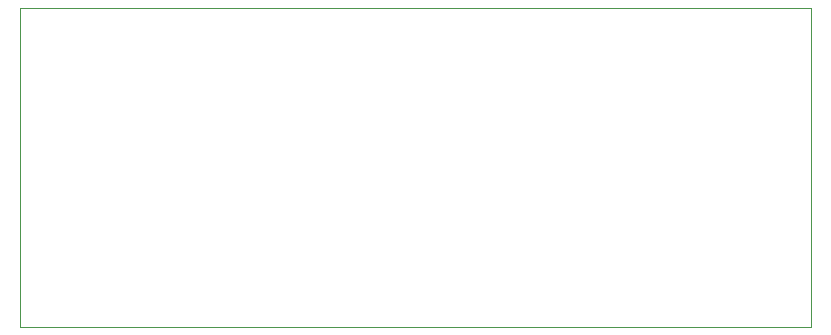
<source format=gbr>
%TF.GenerationSoftware,KiCad,Pcbnew,5.1.12-84ad8e8a86~92~ubuntu20.04.1*%
%TF.CreationDate,2022-01-19T00:30:43+02:00*%
%TF.ProjectId,LED_Wled,4c45445f-576c-4656-942e-6b696361645f,rev?*%
%TF.SameCoordinates,Original*%
%TF.FileFunction,Profile,NP*%
%FSLAX46Y46*%
G04 Gerber Fmt 4.6, Leading zero omitted, Abs format (unit mm)*
G04 Created by KiCad (PCBNEW 5.1.12-84ad8e8a86~92~ubuntu20.04.1) date 2022-01-19 00:30:43*
%MOMM*%
%LPD*%
G01*
G04 APERTURE LIST*
%TA.AperFunction,Profile*%
%ADD10C,0.050000*%
%TD*%
G04 APERTURE END LIST*
D10*
X66000000Y-73000000D02*
X66000000Y-46000000D01*
X133000000Y-73000000D02*
X66000000Y-73000000D01*
X133000000Y-46000000D02*
X133000000Y-73000000D01*
X66000000Y-46000000D02*
X133000000Y-46000000D01*
M02*

</source>
